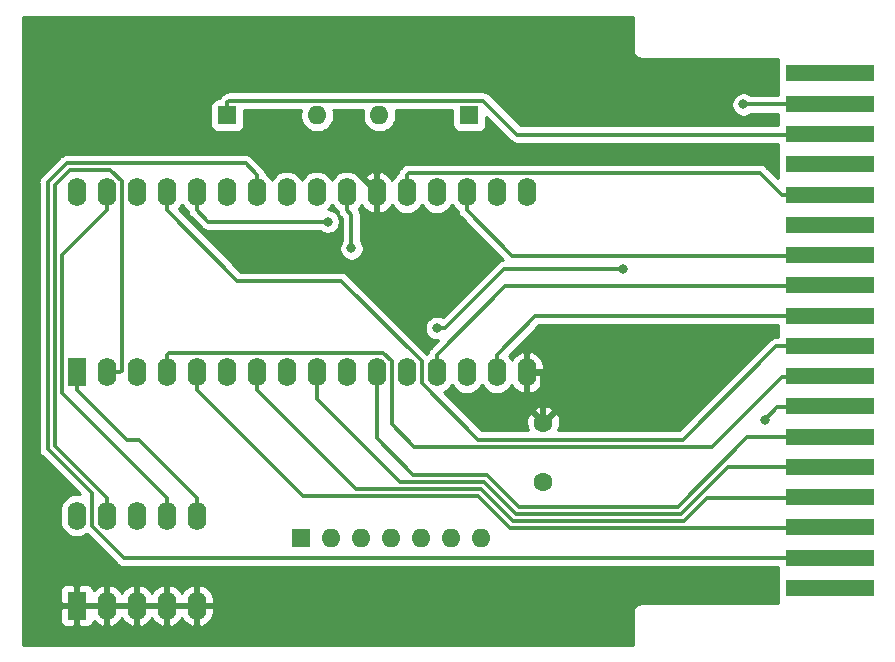
<source format=gbl>
G04 #@! TF.GenerationSoftware,KiCad,Pcbnew,(5.1.5)-3*
G04 #@! TF.CreationDate,2020-09-14T20:13:50+08:00*
G04 #@! TF.ProjectId,WizzardCartRPack,57697a7a-6172-4644-9361-727452506163,rev?*
G04 #@! TF.SameCoordinates,Original*
G04 #@! TF.FileFunction,Copper,L2,Bot*
G04 #@! TF.FilePolarity,Positive*
%FSLAX46Y46*%
G04 Gerber Fmt 4.6, Leading zero omitted, Abs format (unit mm)*
G04 Created by KiCad (PCBNEW (5.1.5)-3) date 2020-09-14 20:13:50*
%MOMM*%
%LPD*%
G04 APERTURE LIST*
%ADD10R,7.500000X1.450000*%
%ADD11O,1.600000X1.600000*%
%ADD12R,1.600000X1.600000*%
%ADD13R,1.600000X2.400000*%
%ADD14O,1.600000X2.400000*%
%ADD15C,1.600000*%
%ADD16C,1.000000*%
%ADD17C,0.800000*%
%ADD18C,0.500000*%
%ADD19C,0.300000*%
%ADD20C,0.254000*%
G04 APERTURE END LIST*
D10*
X166500000Y-97444124D03*
X166500000Y-89758832D03*
X166500000Y-105129416D03*
X166500000Y-120500000D03*
X166500000Y-115376472D03*
X166500000Y-107691180D03*
X166500000Y-100005888D03*
X166500000Y-82073540D03*
X166500000Y-92320596D03*
X166500000Y-112814708D03*
X166500000Y-84635304D03*
X166500000Y-76950000D03*
X166500000Y-87197068D03*
X166500000Y-79511776D03*
X166500000Y-102567652D03*
X166500000Y-110252944D03*
X166500000Y-117938236D03*
X166500000Y-94882360D03*
D11*
X136990000Y-116250000D03*
X134450000Y-116250000D03*
X131910000Y-116250000D03*
X129370000Y-116250000D03*
X126830000Y-116250000D03*
X124290000Y-116250000D03*
D12*
X121750000Y-116250000D03*
D13*
X102750000Y-102250000D03*
D14*
X140850000Y-87010000D03*
X105290000Y-102250000D03*
X138310000Y-87010000D03*
X107830000Y-102250000D03*
X135770000Y-87010000D03*
X110370000Y-102250000D03*
X133230000Y-87010000D03*
X112910000Y-102250000D03*
X130690000Y-87010000D03*
X115450000Y-102250000D03*
X128150000Y-87010000D03*
X117990000Y-102250000D03*
X125610000Y-87010000D03*
X120530000Y-102250000D03*
X123070000Y-87010000D03*
X123070000Y-102250000D03*
X120530000Y-87010000D03*
X125610000Y-102250000D03*
X117990000Y-87010000D03*
X128150000Y-102250000D03*
X115450000Y-87010000D03*
X130690000Y-102250000D03*
X112910000Y-87010000D03*
X133230000Y-102250000D03*
X110370000Y-87010000D03*
X135770000Y-102250000D03*
X107830000Y-87010000D03*
X138310000Y-102250000D03*
X105290000Y-87010000D03*
X140850000Y-102250000D03*
X102750000Y-87010000D03*
D11*
X128380000Y-80500000D03*
D12*
X136000000Y-80500000D03*
D14*
X102750000Y-114380000D03*
X112910000Y-122000000D03*
X105290000Y-114380000D03*
X110370000Y-122000000D03*
X107830000Y-114380000D03*
X107830000Y-122000000D03*
X110370000Y-114380000D03*
X105290000Y-122000000D03*
X112910000Y-114380000D03*
D13*
X102750000Y-122000000D03*
D11*
X123120000Y-80500000D03*
D12*
X115500000Y-80500000D03*
D15*
X142250000Y-106500000D03*
X142250000Y-111500000D03*
D16*
X134500000Y-96250000D03*
D17*
X159188224Y-79561776D03*
X161000000Y-106250000D03*
X126000000Y-91750000D03*
X124000000Y-89500000D03*
X149000000Y-93500000D03*
X133250000Y-98500000D03*
D18*
X142250000Y-102350000D02*
X142250000Y-105368630D01*
X142150000Y-102250000D02*
X142250000Y-102350000D01*
X142250000Y-105368630D02*
X142250000Y-106500000D01*
X140850000Y-102250000D02*
X142150000Y-102250000D01*
X128150000Y-87010000D02*
X128150000Y-89900000D01*
X128150000Y-89900000D02*
X134500000Y-96250000D01*
X101450000Y-122000000D02*
X102750000Y-122000000D01*
X99399971Y-119949971D02*
X101450000Y-122000000D01*
X99399971Y-85788060D02*
X99399971Y-119949971D01*
X103138030Y-82050001D02*
X99399971Y-85788060D01*
X123242046Y-82050001D02*
X103138030Y-82050001D01*
X128150000Y-86957955D02*
X123242046Y-82050001D01*
X128150000Y-87010000D02*
X128150000Y-86957955D01*
X102750000Y-122000000D02*
X105290000Y-122000000D01*
X105290000Y-122000000D02*
X107830000Y-122000000D01*
X107830000Y-122000000D02*
X110370000Y-122000000D01*
X112910000Y-122000000D02*
X110370000Y-122000000D01*
D19*
X137160001Y-79249999D02*
X115650001Y-79249999D01*
X115650001Y-79249999D02*
X115500000Y-79400000D01*
X140033542Y-82123540D02*
X137160001Y-79249999D01*
X115500000Y-79400000D02*
X115500000Y-80500000D01*
X166500000Y-82123540D02*
X140033542Y-82123540D01*
X159188224Y-79561776D02*
X166500000Y-79561776D01*
X112910000Y-112880000D02*
X108000000Y-107970000D01*
X112910000Y-114380000D02*
X112910000Y-112880000D01*
X102750000Y-103750000D02*
X102750000Y-102250000D01*
X106970000Y-107970000D02*
X102750000Y-103750000D01*
X108000000Y-107970000D02*
X106970000Y-107970000D01*
X101499999Y-104009999D02*
X101499999Y-92300001D01*
X105290000Y-88510000D02*
X105290000Y-87010000D01*
X110370000Y-112880000D02*
X101499999Y-104009999D01*
X101499999Y-92300001D02*
X105290000Y-88510000D01*
X110370000Y-114380000D02*
X110370000Y-112880000D01*
X106540010Y-102099990D02*
X106390000Y-102250000D01*
X106540010Y-86092229D02*
X106540010Y-102099990D01*
X105607771Y-85159990D02*
X106540010Y-86092229D01*
X102149387Y-85159990D02*
X105607771Y-85159990D01*
X100899989Y-86409388D02*
X102149387Y-85159990D01*
X100899989Y-108489989D02*
X100899989Y-86409388D01*
X106390000Y-102250000D02*
X105290000Y-102250000D01*
X105290000Y-112880000D02*
X100899989Y-108489989D01*
X105290000Y-114380000D02*
X105290000Y-112880000D01*
X135770000Y-88510000D02*
X135770000Y-87010000D01*
X139630596Y-92370596D02*
X135770000Y-88510000D01*
X166500000Y-92370596D02*
X139630596Y-92370596D01*
X110520010Y-100599990D02*
X110370000Y-100750000D01*
X129400010Y-101332229D02*
X128667771Y-100599990D01*
X128667771Y-100599990D02*
X110520010Y-100599990D01*
X166500000Y-102617652D02*
X162450000Y-102617652D01*
X162450000Y-102617652D02*
X156517641Y-108550011D01*
X129400010Y-106650010D02*
X129400010Y-101332229D01*
X110370000Y-100750000D02*
X110370000Y-102250000D01*
X131300011Y-108550011D02*
X129400010Y-106650010D01*
X156517641Y-108550011D02*
X131300011Y-108550011D01*
X121910000Y-112750000D02*
X112910000Y-103750000D01*
X112910000Y-103750000D02*
X112910000Y-102250000D01*
X166500000Y-115426472D02*
X139426472Y-115426472D01*
X136750000Y-112750000D02*
X121910000Y-112750000D01*
X139426472Y-115426472D02*
X136750000Y-112750000D01*
X130840010Y-85359990D02*
X130690000Y-85510000D01*
X160562922Y-85359990D02*
X130840010Y-85359990D01*
X162450000Y-87247068D02*
X160562922Y-85359990D01*
X130690000Y-85510000D02*
X130690000Y-87010000D01*
X166500000Y-87247068D02*
X162450000Y-87247068D01*
X126389990Y-112149990D02*
X117990000Y-103750000D01*
X117990000Y-103750000D02*
X117990000Y-102250000D01*
X154173538Y-114826462D02*
X139675004Y-114826462D01*
X166500000Y-112864708D02*
X156135292Y-112864708D01*
X139675004Y-114826462D02*
X136998532Y-112149990D01*
X156135292Y-112864708D02*
X154173538Y-114826462D01*
X136998532Y-112149990D02*
X126389990Y-112149990D01*
X125610000Y-88510000D02*
X125610000Y-87010000D01*
X166500000Y-105179416D02*
X162070584Y-105179416D01*
X162070584Y-105179416D02*
X161000000Y-106250000D01*
X126000000Y-88900000D02*
X126000000Y-91750000D01*
X125610000Y-88510000D02*
X126000000Y-88900000D01*
X130149990Y-111549980D02*
X123070000Y-104469990D01*
X123070000Y-104469990D02*
X123070000Y-102250000D01*
X166500000Y-110302944D02*
X157848514Y-110302944D01*
X139923536Y-114226452D02*
X137247064Y-111549980D01*
X157848514Y-110302944D02*
X153925006Y-114226452D01*
X153925006Y-114226452D02*
X139923536Y-114226452D01*
X137247064Y-111549980D02*
X130149990Y-111549980D01*
X117039980Y-84559980D02*
X117990000Y-85510000D01*
X101900855Y-84559980D02*
X117039980Y-84559980D01*
X100299980Y-86160855D02*
X101900855Y-84559980D01*
X117990000Y-85510000D02*
X117990000Y-87010000D01*
X100299979Y-108738521D02*
X100299980Y-86160855D01*
X104039990Y-112478532D02*
X100299979Y-108738521D01*
X104039990Y-115297771D02*
X104039990Y-112478532D01*
X106730455Y-117988236D02*
X104039990Y-115297771D01*
X166500000Y-117988236D02*
X106730455Y-117988236D01*
X128150000Y-103750000D02*
X128150000Y-102250000D01*
X128150000Y-107849970D02*
X128150000Y-103750000D01*
X131250000Y-110949970D02*
X128150000Y-107849970D01*
X159536720Y-107741180D02*
X153651458Y-113626442D01*
X153651458Y-113626442D02*
X140172068Y-113626442D01*
X140172068Y-113626442D02*
X137495596Y-110949970D01*
X166500000Y-107741180D02*
X159536720Y-107741180D01*
X137495596Y-110949970D02*
X131250000Y-110949970D01*
X112910000Y-88510000D02*
X112910000Y-87010000D01*
X113900000Y-89500000D02*
X112910000Y-88510000D01*
X124000000Y-89500000D02*
X113900000Y-89500000D01*
X133230000Y-100750000D02*
X133230000Y-102250000D01*
X139047640Y-94932360D02*
X133230000Y-100750000D01*
X166500000Y-94932360D02*
X139047640Y-94932360D01*
X110370000Y-88510000D02*
X110370000Y-87010000D01*
X125107781Y-94500000D02*
X116360000Y-94500000D01*
X131940010Y-101332229D02*
X125107781Y-94500000D01*
X166500000Y-100055888D02*
X161944112Y-100055888D01*
X116360000Y-94500000D02*
X110370000Y-88510000D01*
X131940010Y-103127791D02*
X131940010Y-101332229D01*
X154049999Y-107950001D02*
X136762220Y-107950001D01*
X136762220Y-107950001D02*
X131940010Y-103127791D01*
X161944112Y-100055888D02*
X154049999Y-107950001D01*
X133952002Y-98500000D02*
X133250000Y-98500000D01*
X149000000Y-93500000D02*
X138952002Y-93500000D01*
X138952002Y-93500000D02*
X133952002Y-98500000D01*
X138310000Y-100750000D02*
X138310000Y-102250000D01*
X141565876Y-97494124D02*
X138310000Y-100750000D01*
X166500000Y-97494124D02*
X141565876Y-97494124D01*
D20*
G36*
X149815001Y-74966343D02*
G01*
X149811686Y-75000000D01*
X149824912Y-75134283D01*
X149864081Y-75263406D01*
X149927688Y-75382407D01*
X150013289Y-75486711D01*
X150117593Y-75572312D01*
X150236594Y-75635919D01*
X150365717Y-75675088D01*
X150466353Y-75685000D01*
X150500000Y-75688314D01*
X150533647Y-75685000D01*
X162123000Y-75685000D01*
X162123000Y-76112580D01*
X162111928Y-76225000D01*
X162111928Y-77675000D01*
X162123000Y-77787420D01*
X162123000Y-78674356D01*
X162112913Y-78776776D01*
X159866935Y-78776776D01*
X159847998Y-78757839D01*
X159678480Y-78644571D01*
X159490122Y-78566550D01*
X159290163Y-78526776D01*
X159086285Y-78526776D01*
X158886326Y-78566550D01*
X158697968Y-78644571D01*
X158528450Y-78757839D01*
X158384287Y-78902002D01*
X158271019Y-79071520D01*
X158192998Y-79259878D01*
X158153224Y-79459837D01*
X158153224Y-79663715D01*
X158192998Y-79863674D01*
X158271019Y-80052032D01*
X158384287Y-80221550D01*
X158528450Y-80365713D01*
X158697968Y-80478981D01*
X158886326Y-80557002D01*
X159086285Y-80596776D01*
X159290163Y-80596776D01*
X159490122Y-80557002D01*
X159678480Y-80478981D01*
X159847998Y-80365713D01*
X159866935Y-80346776D01*
X162122762Y-80346776D01*
X162123000Y-80349193D01*
X162123000Y-81236120D01*
X162112913Y-81338540D01*
X140358699Y-81338540D01*
X137742348Y-78722189D01*
X137717765Y-78692235D01*
X137598234Y-78594137D01*
X137461861Y-78521245D01*
X137313888Y-78476358D01*
X137198562Y-78464999D01*
X137198554Y-78464999D01*
X137160001Y-78461202D01*
X137121448Y-78464999D01*
X115688553Y-78464999D01*
X115650000Y-78461202D01*
X115611447Y-78464999D01*
X115611440Y-78464999D01*
X115496114Y-78476358D01*
X115348141Y-78521245D01*
X115211768Y-78594137D01*
X115092237Y-78692235D01*
X115067654Y-78722189D01*
X114972190Y-78817653D01*
X114942236Y-78842236D01*
X114844138Y-78961768D01*
X114790602Y-79061928D01*
X114700000Y-79061928D01*
X114575518Y-79074188D01*
X114455820Y-79110498D01*
X114345506Y-79169463D01*
X114248815Y-79248815D01*
X114169463Y-79345506D01*
X114110498Y-79455820D01*
X114074188Y-79575518D01*
X114061928Y-79700000D01*
X114061928Y-81300000D01*
X114074188Y-81424482D01*
X114110498Y-81544180D01*
X114169463Y-81654494D01*
X114248815Y-81751185D01*
X114345506Y-81830537D01*
X114455820Y-81889502D01*
X114575518Y-81925812D01*
X114700000Y-81938072D01*
X116300000Y-81938072D01*
X116424482Y-81925812D01*
X116544180Y-81889502D01*
X116654494Y-81830537D01*
X116751185Y-81751185D01*
X116830537Y-81654494D01*
X116889502Y-81544180D01*
X116925812Y-81424482D01*
X116938072Y-81300000D01*
X116938072Y-80034999D01*
X121759378Y-80034999D01*
X121740147Y-80081426D01*
X121685000Y-80358665D01*
X121685000Y-80641335D01*
X121740147Y-80918574D01*
X121848320Y-81179727D01*
X122005363Y-81414759D01*
X122205241Y-81614637D01*
X122440273Y-81771680D01*
X122701426Y-81879853D01*
X122978665Y-81935000D01*
X123261335Y-81935000D01*
X123538574Y-81879853D01*
X123799727Y-81771680D01*
X124034759Y-81614637D01*
X124234637Y-81414759D01*
X124391680Y-81179727D01*
X124499853Y-80918574D01*
X124555000Y-80641335D01*
X124555000Y-80358665D01*
X124499853Y-80081426D01*
X124480622Y-80034999D01*
X127019378Y-80034999D01*
X127000147Y-80081426D01*
X126945000Y-80358665D01*
X126945000Y-80641335D01*
X127000147Y-80918574D01*
X127108320Y-81179727D01*
X127265363Y-81414759D01*
X127465241Y-81614637D01*
X127700273Y-81771680D01*
X127961426Y-81879853D01*
X128238665Y-81935000D01*
X128521335Y-81935000D01*
X128798574Y-81879853D01*
X129059727Y-81771680D01*
X129294759Y-81614637D01*
X129494637Y-81414759D01*
X129651680Y-81179727D01*
X129759853Y-80918574D01*
X129815000Y-80641335D01*
X129815000Y-80358665D01*
X129759853Y-80081426D01*
X129740622Y-80034999D01*
X134561928Y-80034999D01*
X134561928Y-81300000D01*
X134574188Y-81424482D01*
X134610498Y-81544180D01*
X134669463Y-81654494D01*
X134748815Y-81751185D01*
X134845506Y-81830537D01*
X134955820Y-81889502D01*
X135075518Y-81925812D01*
X135200000Y-81938072D01*
X136800000Y-81938072D01*
X136924482Y-81925812D01*
X137044180Y-81889502D01*
X137154494Y-81830537D01*
X137251185Y-81751185D01*
X137330537Y-81654494D01*
X137389502Y-81544180D01*
X137425812Y-81424482D01*
X137438072Y-81300000D01*
X137438072Y-80638227D01*
X139451195Y-82651350D01*
X139475778Y-82681304D01*
X139595309Y-82779402D01*
X139731682Y-82852294D01*
X139879655Y-82897182D01*
X139954568Y-82904560D01*
X139994981Y-82908540D01*
X139994986Y-82908540D01*
X140033542Y-82912337D01*
X140072098Y-82908540D01*
X162122762Y-82908540D01*
X162123000Y-82910957D01*
X162123000Y-83797884D01*
X162111928Y-83910304D01*
X162111928Y-85360304D01*
X162123000Y-85472724D01*
X162123000Y-85809911D01*
X161145269Y-84832180D01*
X161120686Y-84802226D01*
X161001155Y-84704128D01*
X160864782Y-84631236D01*
X160716809Y-84586349D01*
X160601483Y-84574990D01*
X160601475Y-84574990D01*
X160562922Y-84571193D01*
X160524369Y-84574990D01*
X130878562Y-84574990D01*
X130840009Y-84571193D01*
X130801456Y-84574990D01*
X130801449Y-84574990D01*
X130686123Y-84586349D01*
X130538150Y-84631236D01*
X130401777Y-84704128D01*
X130282246Y-84802226D01*
X130257663Y-84832180D01*
X130162190Y-84927653D01*
X130132236Y-84952236D01*
X130034138Y-85071768D01*
X129961246Y-85208141D01*
X129916359Y-85356114D01*
X129912172Y-85398629D01*
X129888899Y-85411068D01*
X129670392Y-85590393D01*
X129491068Y-85808900D01*
X129422735Y-85936742D01*
X129272601Y-85707161D01*
X129074895Y-85505500D01*
X128841646Y-85346285D01*
X128581818Y-85235633D01*
X128499039Y-85218096D01*
X128277000Y-85340085D01*
X128277000Y-86883000D01*
X128297000Y-86883000D01*
X128297000Y-87137000D01*
X128277000Y-87137000D01*
X128277000Y-88679915D01*
X128499039Y-88801904D01*
X128581818Y-88784367D01*
X128841646Y-88673715D01*
X129074895Y-88514500D01*
X129272601Y-88312839D01*
X129422735Y-88083259D01*
X129491068Y-88211101D01*
X129670393Y-88429608D01*
X129888900Y-88608932D01*
X130138193Y-88742182D01*
X130408692Y-88824236D01*
X130690000Y-88851943D01*
X130971309Y-88824236D01*
X131241808Y-88742182D01*
X131491101Y-88608932D01*
X131709608Y-88429608D01*
X131888932Y-88211101D01*
X131960000Y-88078142D01*
X132031068Y-88211101D01*
X132210393Y-88429608D01*
X132428900Y-88608932D01*
X132678193Y-88742182D01*
X132948692Y-88824236D01*
X133230000Y-88851943D01*
X133511309Y-88824236D01*
X133781808Y-88742182D01*
X134031101Y-88608932D01*
X134249608Y-88429608D01*
X134428932Y-88211101D01*
X134500000Y-88078142D01*
X134571068Y-88211101D01*
X134750393Y-88429608D01*
X134968900Y-88608932D01*
X134992171Y-88621371D01*
X134996359Y-88663886D01*
X135041246Y-88811859D01*
X135114138Y-88948232D01*
X135212236Y-89067764D01*
X135242190Y-89092347D01*
X138869200Y-92719357D01*
X138798115Y-92726358D01*
X138650142Y-92771246D01*
X138513769Y-92844138D01*
X138394238Y-92942236D01*
X138369655Y-92972190D01*
X133751522Y-97590323D01*
X133740256Y-97582795D01*
X133551898Y-97504774D01*
X133351939Y-97465000D01*
X133148061Y-97465000D01*
X132948102Y-97504774D01*
X132759744Y-97582795D01*
X132590226Y-97696063D01*
X132446063Y-97840226D01*
X132332795Y-98009744D01*
X132254774Y-98198102D01*
X132215000Y-98398061D01*
X132215000Y-98601939D01*
X132254774Y-98801898D01*
X132332795Y-98990256D01*
X132446063Y-99159774D01*
X132590226Y-99303937D01*
X132759744Y-99417205D01*
X132948102Y-99495226D01*
X133148061Y-99535000D01*
X133334843Y-99535000D01*
X132702190Y-100167653D01*
X132672236Y-100192236D01*
X132574138Y-100311768D01*
X132501246Y-100448141D01*
X132456359Y-100596114D01*
X132452172Y-100638629D01*
X132428899Y-100651068D01*
X132396004Y-100678065D01*
X125690128Y-93972190D01*
X125665545Y-93942236D01*
X125546014Y-93844138D01*
X125409641Y-93771246D01*
X125261668Y-93726359D01*
X125146342Y-93715000D01*
X125146334Y-93715000D01*
X125107781Y-93711203D01*
X125069228Y-93715000D01*
X116685158Y-93715000D01*
X111394186Y-88424029D01*
X111568932Y-88211101D01*
X111640000Y-88078142D01*
X111711068Y-88211101D01*
X111890393Y-88429608D01*
X112108900Y-88608932D01*
X112132171Y-88621371D01*
X112136359Y-88663886D01*
X112181246Y-88811859D01*
X112254138Y-88948232D01*
X112352236Y-89067764D01*
X112382190Y-89092347D01*
X113317657Y-90027815D01*
X113342236Y-90057764D01*
X113372184Y-90082342D01*
X113372187Y-90082345D01*
X113401559Y-90106450D01*
X113461767Y-90155862D01*
X113598140Y-90228754D01*
X113711672Y-90263194D01*
X113746112Y-90273641D01*
X113760490Y-90275057D01*
X113861439Y-90285000D01*
X113861446Y-90285000D01*
X113899999Y-90288797D01*
X113938552Y-90285000D01*
X123321289Y-90285000D01*
X123340226Y-90303937D01*
X123509744Y-90417205D01*
X123698102Y-90495226D01*
X123898061Y-90535000D01*
X124101939Y-90535000D01*
X124301898Y-90495226D01*
X124490256Y-90417205D01*
X124659774Y-90303937D01*
X124803937Y-90159774D01*
X124917205Y-89990256D01*
X124995226Y-89801898D01*
X125035000Y-89601939D01*
X125035000Y-89398061D01*
X124995226Y-89198102D01*
X124917205Y-89009744D01*
X124803937Y-88840226D01*
X124659774Y-88696063D01*
X124490256Y-88582795D01*
X124301898Y-88504774D01*
X124101939Y-88465000D01*
X124046483Y-88465000D01*
X124089608Y-88429608D01*
X124268932Y-88211101D01*
X124340000Y-88078142D01*
X124411068Y-88211101D01*
X124590393Y-88429608D01*
X124808900Y-88608932D01*
X124832171Y-88621371D01*
X124836359Y-88663886D01*
X124881246Y-88811859D01*
X124954138Y-88948232D01*
X125052236Y-89067764D01*
X125082190Y-89092347D01*
X125215000Y-89225157D01*
X125215001Y-91071288D01*
X125196063Y-91090226D01*
X125082795Y-91259744D01*
X125004774Y-91448102D01*
X124965000Y-91648061D01*
X124965000Y-91851939D01*
X125004774Y-92051898D01*
X125082795Y-92240256D01*
X125196063Y-92409774D01*
X125340226Y-92553937D01*
X125509744Y-92667205D01*
X125698102Y-92745226D01*
X125898061Y-92785000D01*
X126101939Y-92785000D01*
X126301898Y-92745226D01*
X126490256Y-92667205D01*
X126659774Y-92553937D01*
X126803937Y-92409774D01*
X126917205Y-92240256D01*
X126995226Y-92051898D01*
X127035000Y-91851939D01*
X127035000Y-91648061D01*
X126995226Y-91448102D01*
X126917205Y-91259744D01*
X126803937Y-91090226D01*
X126785000Y-91071289D01*
X126785000Y-88938552D01*
X126788797Y-88899999D01*
X126785000Y-88861446D01*
X126785000Y-88861439D01*
X126773641Y-88746113D01*
X126728754Y-88598140D01*
X126655862Y-88461767D01*
X126629525Y-88429676D01*
X126629608Y-88429608D01*
X126808932Y-88211101D01*
X126877265Y-88083259D01*
X127027399Y-88312839D01*
X127225105Y-88514500D01*
X127458354Y-88673715D01*
X127718182Y-88784367D01*
X127800961Y-88801904D01*
X128023000Y-88679915D01*
X128023000Y-87137000D01*
X128003000Y-87137000D01*
X128003000Y-86883000D01*
X128023000Y-86883000D01*
X128023000Y-85340085D01*
X127800961Y-85218096D01*
X127718182Y-85235633D01*
X127458354Y-85346285D01*
X127225105Y-85505500D01*
X127027399Y-85707161D01*
X126877265Y-85936741D01*
X126808932Y-85808899D01*
X126629607Y-85590392D01*
X126411100Y-85411068D01*
X126161807Y-85277818D01*
X125891308Y-85195764D01*
X125610000Y-85168057D01*
X125328691Y-85195764D01*
X125058192Y-85277818D01*
X124808899Y-85411068D01*
X124590392Y-85590393D01*
X124411068Y-85808900D01*
X124340000Y-85941858D01*
X124268932Y-85808899D01*
X124089607Y-85590392D01*
X123871100Y-85411068D01*
X123621807Y-85277818D01*
X123351308Y-85195764D01*
X123070000Y-85168057D01*
X122788691Y-85195764D01*
X122518192Y-85277818D01*
X122268899Y-85411068D01*
X122050392Y-85590393D01*
X121871068Y-85808900D01*
X121800000Y-85941858D01*
X121728932Y-85808899D01*
X121549607Y-85590392D01*
X121331100Y-85411068D01*
X121081807Y-85277818D01*
X120811308Y-85195764D01*
X120530000Y-85168057D01*
X120248691Y-85195764D01*
X119978192Y-85277818D01*
X119728899Y-85411068D01*
X119510392Y-85590393D01*
X119331068Y-85808900D01*
X119260000Y-85941858D01*
X119188932Y-85808899D01*
X119009607Y-85590392D01*
X118791100Y-85411068D01*
X118767829Y-85398629D01*
X118763641Y-85356113D01*
X118718754Y-85208140D01*
X118645862Y-85071767D01*
X118585496Y-84998212D01*
X118572345Y-84982187D01*
X118572342Y-84982184D01*
X118547764Y-84952236D01*
X118517817Y-84927659D01*
X117622327Y-84032170D01*
X117597744Y-84002216D01*
X117478213Y-83904118D01*
X117341840Y-83831226D01*
X117193867Y-83786339D01*
X117078541Y-83774980D01*
X117078533Y-83774980D01*
X117039980Y-83771183D01*
X117001427Y-83774980D01*
X101939407Y-83774980D01*
X101900854Y-83771183D01*
X101862301Y-83774980D01*
X101862294Y-83774980D01*
X101761345Y-83784923D01*
X101746967Y-83786339D01*
X101598995Y-83831226D01*
X101462622Y-83904118D01*
X101402414Y-83953530D01*
X101373042Y-83977635D01*
X101373039Y-83977638D01*
X101343091Y-84002216D01*
X101318513Y-84032164D01*
X99772165Y-85578513D01*
X99742217Y-85603091D01*
X99717639Y-85633039D01*
X99717635Y-85633043D01*
X99700439Y-85653997D01*
X99644119Y-85722622D01*
X99627601Y-85753526D01*
X99571226Y-85858996D01*
X99526339Y-86006969D01*
X99511183Y-86160855D01*
X99514981Y-86199418D01*
X99514979Y-108699968D01*
X99511182Y-108738521D01*
X99514979Y-108777074D01*
X99514979Y-108777081D01*
X99526338Y-108892407D01*
X99571225Y-109040380D01*
X99644117Y-109176753D01*
X99742215Y-109296284D01*
X99772163Y-109320862D01*
X103015508Y-112564208D01*
X102750000Y-112538057D01*
X102468691Y-112565764D01*
X102198192Y-112647818D01*
X101948899Y-112781068D01*
X101730392Y-112960393D01*
X101551068Y-113178900D01*
X101417818Y-113428193D01*
X101335764Y-113698692D01*
X101315000Y-113909509D01*
X101315000Y-114850492D01*
X101335764Y-115061309D01*
X101417818Y-115331808D01*
X101551068Y-115581101D01*
X101730393Y-115799608D01*
X101948900Y-115978932D01*
X102198193Y-116112182D01*
X102468692Y-116194236D01*
X102750000Y-116221943D01*
X103031309Y-116194236D01*
X103301808Y-116112182D01*
X103551101Y-115978932D01*
X103583997Y-115951935D01*
X106148113Y-118516052D01*
X106172691Y-118546000D01*
X106202639Y-118570578D01*
X106202642Y-118570581D01*
X106232014Y-118594686D01*
X106292222Y-118644098D01*
X106428595Y-118716990D01*
X106576567Y-118761877D01*
X106590945Y-118763293D01*
X106691894Y-118773236D01*
X106691901Y-118773236D01*
X106730454Y-118777033D01*
X106769007Y-118773236D01*
X162122762Y-118773236D01*
X162123000Y-118775653D01*
X162123000Y-119662580D01*
X162111928Y-119775000D01*
X162111928Y-121225000D01*
X162123000Y-121337420D01*
X162123000Y-121815000D01*
X150533647Y-121815000D01*
X150500000Y-121811686D01*
X150466353Y-121815000D01*
X150365717Y-121824912D01*
X150236594Y-121864081D01*
X150117593Y-121927688D01*
X150013289Y-122013289D01*
X149927688Y-122117593D01*
X149864081Y-122236594D01*
X149824912Y-122365717D01*
X149811686Y-122500000D01*
X149815000Y-122533647D01*
X149815001Y-125315000D01*
X98185000Y-125315000D01*
X98185000Y-123200000D01*
X101311928Y-123200000D01*
X101324188Y-123324482D01*
X101360498Y-123444180D01*
X101419463Y-123554494D01*
X101498815Y-123651185D01*
X101595506Y-123730537D01*
X101705820Y-123789502D01*
X101825518Y-123825812D01*
X101950000Y-123838072D01*
X102464250Y-123835000D01*
X102623000Y-123676250D01*
X102623000Y-122127000D01*
X102877000Y-122127000D01*
X102877000Y-123676250D01*
X103035750Y-123835000D01*
X103550000Y-123838072D01*
X103674482Y-123825812D01*
X103794180Y-123789502D01*
X103904494Y-123730537D01*
X104001185Y-123651185D01*
X104080537Y-123554494D01*
X104139502Y-123444180D01*
X104175812Y-123324482D01*
X104176981Y-123312613D01*
X104365105Y-123504500D01*
X104598354Y-123663715D01*
X104858182Y-123774367D01*
X104940961Y-123791904D01*
X105163000Y-123669915D01*
X105163000Y-122127000D01*
X105417000Y-122127000D01*
X105417000Y-123669915D01*
X105639039Y-123791904D01*
X105721818Y-123774367D01*
X105981646Y-123663715D01*
X106214895Y-123504500D01*
X106412601Y-123302839D01*
X106560000Y-123077441D01*
X106707399Y-123302839D01*
X106905105Y-123504500D01*
X107138354Y-123663715D01*
X107398182Y-123774367D01*
X107480961Y-123791904D01*
X107703000Y-123669915D01*
X107703000Y-122127000D01*
X107957000Y-122127000D01*
X107957000Y-123669915D01*
X108179039Y-123791904D01*
X108261818Y-123774367D01*
X108521646Y-123663715D01*
X108754895Y-123504500D01*
X108952601Y-123302839D01*
X109100000Y-123077441D01*
X109247399Y-123302839D01*
X109445105Y-123504500D01*
X109678354Y-123663715D01*
X109938182Y-123774367D01*
X110020961Y-123791904D01*
X110243000Y-123669915D01*
X110243000Y-122127000D01*
X110497000Y-122127000D01*
X110497000Y-123669915D01*
X110719039Y-123791904D01*
X110801818Y-123774367D01*
X111061646Y-123663715D01*
X111294895Y-123504500D01*
X111492601Y-123302839D01*
X111640000Y-123077441D01*
X111787399Y-123302839D01*
X111985105Y-123504500D01*
X112218354Y-123663715D01*
X112478182Y-123774367D01*
X112560961Y-123791904D01*
X112783000Y-123669915D01*
X112783000Y-122127000D01*
X113037000Y-122127000D01*
X113037000Y-123669915D01*
X113259039Y-123791904D01*
X113341818Y-123774367D01*
X113601646Y-123663715D01*
X113834895Y-123504500D01*
X114032601Y-123302839D01*
X114187166Y-123066483D01*
X114292650Y-122804514D01*
X114345000Y-122527000D01*
X114345000Y-122127000D01*
X113037000Y-122127000D01*
X112783000Y-122127000D01*
X110497000Y-122127000D01*
X110243000Y-122127000D01*
X107957000Y-122127000D01*
X107703000Y-122127000D01*
X105417000Y-122127000D01*
X105163000Y-122127000D01*
X102877000Y-122127000D01*
X102623000Y-122127000D01*
X101473750Y-122127000D01*
X101315000Y-122285750D01*
X101311928Y-123200000D01*
X98185000Y-123200000D01*
X98185000Y-120800000D01*
X101311928Y-120800000D01*
X101315000Y-121714250D01*
X101473750Y-121873000D01*
X102623000Y-121873000D01*
X102623000Y-120323750D01*
X102877000Y-120323750D01*
X102877000Y-121873000D01*
X105163000Y-121873000D01*
X105163000Y-120330085D01*
X105417000Y-120330085D01*
X105417000Y-121873000D01*
X107703000Y-121873000D01*
X107703000Y-120330085D01*
X107957000Y-120330085D01*
X107957000Y-121873000D01*
X110243000Y-121873000D01*
X110243000Y-120330085D01*
X110497000Y-120330085D01*
X110497000Y-121873000D01*
X112783000Y-121873000D01*
X112783000Y-120330085D01*
X113037000Y-120330085D01*
X113037000Y-121873000D01*
X114345000Y-121873000D01*
X114345000Y-121473000D01*
X114292650Y-121195486D01*
X114187166Y-120933517D01*
X114032601Y-120697161D01*
X113834895Y-120495500D01*
X113601646Y-120336285D01*
X113341818Y-120225633D01*
X113259039Y-120208096D01*
X113037000Y-120330085D01*
X112783000Y-120330085D01*
X112560961Y-120208096D01*
X112478182Y-120225633D01*
X112218354Y-120336285D01*
X111985105Y-120495500D01*
X111787399Y-120697161D01*
X111640000Y-120922559D01*
X111492601Y-120697161D01*
X111294895Y-120495500D01*
X111061646Y-120336285D01*
X110801818Y-120225633D01*
X110719039Y-120208096D01*
X110497000Y-120330085D01*
X110243000Y-120330085D01*
X110020961Y-120208096D01*
X109938182Y-120225633D01*
X109678354Y-120336285D01*
X109445105Y-120495500D01*
X109247399Y-120697161D01*
X109100000Y-120922559D01*
X108952601Y-120697161D01*
X108754895Y-120495500D01*
X108521646Y-120336285D01*
X108261818Y-120225633D01*
X108179039Y-120208096D01*
X107957000Y-120330085D01*
X107703000Y-120330085D01*
X107480961Y-120208096D01*
X107398182Y-120225633D01*
X107138354Y-120336285D01*
X106905105Y-120495500D01*
X106707399Y-120697161D01*
X106560000Y-120922559D01*
X106412601Y-120697161D01*
X106214895Y-120495500D01*
X105981646Y-120336285D01*
X105721818Y-120225633D01*
X105639039Y-120208096D01*
X105417000Y-120330085D01*
X105163000Y-120330085D01*
X104940961Y-120208096D01*
X104858182Y-120225633D01*
X104598354Y-120336285D01*
X104365105Y-120495500D01*
X104176981Y-120687387D01*
X104175812Y-120675518D01*
X104139502Y-120555820D01*
X104080537Y-120445506D01*
X104001185Y-120348815D01*
X103904494Y-120269463D01*
X103794180Y-120210498D01*
X103674482Y-120174188D01*
X103550000Y-120161928D01*
X103035750Y-120165000D01*
X102877000Y-120323750D01*
X102623000Y-120323750D01*
X102464250Y-120165000D01*
X101950000Y-120161928D01*
X101825518Y-120174188D01*
X101705820Y-120210498D01*
X101595506Y-120269463D01*
X101498815Y-120348815D01*
X101419463Y-120445506D01*
X101360498Y-120555820D01*
X101324188Y-120675518D01*
X101311928Y-120800000D01*
X98185000Y-120800000D01*
X98185000Y-72185000D01*
X149815000Y-72185000D01*
X149815001Y-74966343D01*
G37*
X149815001Y-74966343D02*
X149811686Y-75000000D01*
X149824912Y-75134283D01*
X149864081Y-75263406D01*
X149927688Y-75382407D01*
X150013289Y-75486711D01*
X150117593Y-75572312D01*
X150236594Y-75635919D01*
X150365717Y-75675088D01*
X150466353Y-75685000D01*
X150500000Y-75688314D01*
X150533647Y-75685000D01*
X162123000Y-75685000D01*
X162123000Y-76112580D01*
X162111928Y-76225000D01*
X162111928Y-77675000D01*
X162123000Y-77787420D01*
X162123000Y-78674356D01*
X162112913Y-78776776D01*
X159866935Y-78776776D01*
X159847998Y-78757839D01*
X159678480Y-78644571D01*
X159490122Y-78566550D01*
X159290163Y-78526776D01*
X159086285Y-78526776D01*
X158886326Y-78566550D01*
X158697968Y-78644571D01*
X158528450Y-78757839D01*
X158384287Y-78902002D01*
X158271019Y-79071520D01*
X158192998Y-79259878D01*
X158153224Y-79459837D01*
X158153224Y-79663715D01*
X158192998Y-79863674D01*
X158271019Y-80052032D01*
X158384287Y-80221550D01*
X158528450Y-80365713D01*
X158697968Y-80478981D01*
X158886326Y-80557002D01*
X159086285Y-80596776D01*
X159290163Y-80596776D01*
X159490122Y-80557002D01*
X159678480Y-80478981D01*
X159847998Y-80365713D01*
X159866935Y-80346776D01*
X162122762Y-80346776D01*
X162123000Y-80349193D01*
X162123000Y-81236120D01*
X162112913Y-81338540D01*
X140358699Y-81338540D01*
X137742348Y-78722189D01*
X137717765Y-78692235D01*
X137598234Y-78594137D01*
X137461861Y-78521245D01*
X137313888Y-78476358D01*
X137198562Y-78464999D01*
X137198554Y-78464999D01*
X137160001Y-78461202D01*
X137121448Y-78464999D01*
X115688553Y-78464999D01*
X115650000Y-78461202D01*
X115611447Y-78464999D01*
X115611440Y-78464999D01*
X115496114Y-78476358D01*
X115348141Y-78521245D01*
X115211768Y-78594137D01*
X115092237Y-78692235D01*
X115067654Y-78722189D01*
X114972190Y-78817653D01*
X114942236Y-78842236D01*
X114844138Y-78961768D01*
X114790602Y-79061928D01*
X114700000Y-79061928D01*
X114575518Y-79074188D01*
X114455820Y-79110498D01*
X114345506Y-79169463D01*
X114248815Y-79248815D01*
X114169463Y-79345506D01*
X114110498Y-79455820D01*
X114074188Y-79575518D01*
X114061928Y-79700000D01*
X114061928Y-81300000D01*
X114074188Y-81424482D01*
X114110498Y-81544180D01*
X114169463Y-81654494D01*
X114248815Y-81751185D01*
X114345506Y-81830537D01*
X114455820Y-81889502D01*
X114575518Y-81925812D01*
X114700000Y-81938072D01*
X116300000Y-81938072D01*
X116424482Y-81925812D01*
X116544180Y-81889502D01*
X116654494Y-81830537D01*
X116751185Y-81751185D01*
X116830537Y-81654494D01*
X116889502Y-81544180D01*
X116925812Y-81424482D01*
X116938072Y-81300000D01*
X116938072Y-80034999D01*
X121759378Y-80034999D01*
X121740147Y-80081426D01*
X121685000Y-80358665D01*
X121685000Y-80641335D01*
X121740147Y-80918574D01*
X121848320Y-81179727D01*
X122005363Y-81414759D01*
X122205241Y-81614637D01*
X122440273Y-81771680D01*
X122701426Y-81879853D01*
X122978665Y-81935000D01*
X123261335Y-81935000D01*
X123538574Y-81879853D01*
X123799727Y-81771680D01*
X124034759Y-81614637D01*
X124234637Y-81414759D01*
X124391680Y-81179727D01*
X124499853Y-80918574D01*
X124555000Y-80641335D01*
X124555000Y-80358665D01*
X124499853Y-80081426D01*
X124480622Y-80034999D01*
X127019378Y-80034999D01*
X127000147Y-80081426D01*
X126945000Y-80358665D01*
X126945000Y-80641335D01*
X127000147Y-80918574D01*
X127108320Y-81179727D01*
X127265363Y-81414759D01*
X127465241Y-81614637D01*
X127700273Y-81771680D01*
X127961426Y-81879853D01*
X128238665Y-81935000D01*
X128521335Y-81935000D01*
X128798574Y-81879853D01*
X129059727Y-81771680D01*
X129294759Y-81614637D01*
X129494637Y-81414759D01*
X129651680Y-81179727D01*
X129759853Y-80918574D01*
X129815000Y-80641335D01*
X129815000Y-80358665D01*
X129759853Y-80081426D01*
X129740622Y-80034999D01*
X134561928Y-80034999D01*
X134561928Y-81300000D01*
X134574188Y-81424482D01*
X134610498Y-81544180D01*
X134669463Y-81654494D01*
X134748815Y-81751185D01*
X134845506Y-81830537D01*
X134955820Y-81889502D01*
X135075518Y-81925812D01*
X135200000Y-81938072D01*
X136800000Y-81938072D01*
X136924482Y-81925812D01*
X137044180Y-81889502D01*
X137154494Y-81830537D01*
X137251185Y-81751185D01*
X137330537Y-81654494D01*
X137389502Y-81544180D01*
X137425812Y-81424482D01*
X137438072Y-81300000D01*
X137438072Y-80638227D01*
X139451195Y-82651350D01*
X139475778Y-82681304D01*
X139595309Y-82779402D01*
X139731682Y-82852294D01*
X139879655Y-82897182D01*
X139954568Y-82904560D01*
X139994981Y-82908540D01*
X139994986Y-82908540D01*
X140033542Y-82912337D01*
X140072098Y-82908540D01*
X162122762Y-82908540D01*
X162123000Y-82910957D01*
X162123000Y-83797884D01*
X162111928Y-83910304D01*
X162111928Y-85360304D01*
X162123000Y-85472724D01*
X162123000Y-85809911D01*
X161145269Y-84832180D01*
X161120686Y-84802226D01*
X161001155Y-84704128D01*
X160864782Y-84631236D01*
X160716809Y-84586349D01*
X160601483Y-84574990D01*
X160601475Y-84574990D01*
X160562922Y-84571193D01*
X160524369Y-84574990D01*
X130878562Y-84574990D01*
X130840009Y-84571193D01*
X130801456Y-84574990D01*
X130801449Y-84574990D01*
X130686123Y-84586349D01*
X130538150Y-84631236D01*
X130401777Y-84704128D01*
X130282246Y-84802226D01*
X130257663Y-84832180D01*
X130162190Y-84927653D01*
X130132236Y-84952236D01*
X130034138Y-85071768D01*
X129961246Y-85208141D01*
X129916359Y-85356114D01*
X129912172Y-85398629D01*
X129888899Y-85411068D01*
X129670392Y-85590393D01*
X129491068Y-85808900D01*
X129422735Y-85936742D01*
X129272601Y-85707161D01*
X129074895Y-85505500D01*
X128841646Y-85346285D01*
X128581818Y-85235633D01*
X128499039Y-85218096D01*
X128277000Y-85340085D01*
X128277000Y-86883000D01*
X128297000Y-86883000D01*
X128297000Y-87137000D01*
X128277000Y-87137000D01*
X128277000Y-88679915D01*
X128499039Y-88801904D01*
X128581818Y-88784367D01*
X128841646Y-88673715D01*
X129074895Y-88514500D01*
X129272601Y-88312839D01*
X129422735Y-88083259D01*
X129491068Y-88211101D01*
X129670393Y-88429608D01*
X129888900Y-88608932D01*
X130138193Y-88742182D01*
X130408692Y-88824236D01*
X130690000Y-88851943D01*
X130971309Y-88824236D01*
X131241808Y-88742182D01*
X131491101Y-88608932D01*
X131709608Y-88429608D01*
X131888932Y-88211101D01*
X131960000Y-88078142D01*
X132031068Y-88211101D01*
X132210393Y-88429608D01*
X132428900Y-88608932D01*
X132678193Y-88742182D01*
X132948692Y-88824236D01*
X133230000Y-88851943D01*
X133511309Y-88824236D01*
X133781808Y-88742182D01*
X134031101Y-88608932D01*
X134249608Y-88429608D01*
X134428932Y-88211101D01*
X134500000Y-88078142D01*
X134571068Y-88211101D01*
X134750393Y-88429608D01*
X134968900Y-88608932D01*
X134992171Y-88621371D01*
X134996359Y-88663886D01*
X135041246Y-88811859D01*
X135114138Y-88948232D01*
X135212236Y-89067764D01*
X135242190Y-89092347D01*
X138869200Y-92719357D01*
X138798115Y-92726358D01*
X138650142Y-92771246D01*
X138513769Y-92844138D01*
X138394238Y-92942236D01*
X138369655Y-92972190D01*
X133751522Y-97590323D01*
X133740256Y-97582795D01*
X133551898Y-97504774D01*
X133351939Y-97465000D01*
X133148061Y-97465000D01*
X132948102Y-97504774D01*
X132759744Y-97582795D01*
X132590226Y-97696063D01*
X132446063Y-97840226D01*
X132332795Y-98009744D01*
X132254774Y-98198102D01*
X132215000Y-98398061D01*
X132215000Y-98601939D01*
X132254774Y-98801898D01*
X132332795Y-98990256D01*
X132446063Y-99159774D01*
X132590226Y-99303937D01*
X132759744Y-99417205D01*
X132948102Y-99495226D01*
X133148061Y-99535000D01*
X133334843Y-99535000D01*
X132702190Y-100167653D01*
X132672236Y-100192236D01*
X132574138Y-100311768D01*
X132501246Y-100448141D01*
X132456359Y-100596114D01*
X132452172Y-100638629D01*
X132428899Y-100651068D01*
X132396004Y-100678065D01*
X125690128Y-93972190D01*
X125665545Y-93942236D01*
X125546014Y-93844138D01*
X125409641Y-93771246D01*
X125261668Y-93726359D01*
X125146342Y-93715000D01*
X125146334Y-93715000D01*
X125107781Y-93711203D01*
X125069228Y-93715000D01*
X116685158Y-93715000D01*
X111394186Y-88424029D01*
X111568932Y-88211101D01*
X111640000Y-88078142D01*
X111711068Y-88211101D01*
X111890393Y-88429608D01*
X112108900Y-88608932D01*
X112132171Y-88621371D01*
X112136359Y-88663886D01*
X112181246Y-88811859D01*
X112254138Y-88948232D01*
X112352236Y-89067764D01*
X112382190Y-89092347D01*
X113317657Y-90027815D01*
X113342236Y-90057764D01*
X113372184Y-90082342D01*
X113372187Y-90082345D01*
X113401559Y-90106450D01*
X113461767Y-90155862D01*
X113598140Y-90228754D01*
X113711672Y-90263194D01*
X113746112Y-90273641D01*
X113760490Y-90275057D01*
X113861439Y-90285000D01*
X113861446Y-90285000D01*
X113899999Y-90288797D01*
X113938552Y-90285000D01*
X123321289Y-90285000D01*
X123340226Y-90303937D01*
X123509744Y-90417205D01*
X123698102Y-90495226D01*
X123898061Y-90535000D01*
X124101939Y-90535000D01*
X124301898Y-90495226D01*
X124490256Y-90417205D01*
X124659774Y-90303937D01*
X124803937Y-90159774D01*
X124917205Y-89990256D01*
X124995226Y-89801898D01*
X125035000Y-89601939D01*
X125035000Y-89398061D01*
X124995226Y-89198102D01*
X124917205Y-89009744D01*
X124803937Y-88840226D01*
X124659774Y-88696063D01*
X124490256Y-88582795D01*
X124301898Y-88504774D01*
X124101939Y-88465000D01*
X124046483Y-88465000D01*
X124089608Y-88429608D01*
X124268932Y-88211101D01*
X124340000Y-88078142D01*
X124411068Y-88211101D01*
X124590393Y-88429608D01*
X124808900Y-88608932D01*
X124832171Y-88621371D01*
X124836359Y-88663886D01*
X124881246Y-88811859D01*
X124954138Y-88948232D01*
X125052236Y-89067764D01*
X125082190Y-89092347D01*
X125215000Y-89225157D01*
X125215001Y-91071288D01*
X125196063Y-91090226D01*
X125082795Y-91259744D01*
X125004774Y-91448102D01*
X124965000Y-91648061D01*
X124965000Y-91851939D01*
X125004774Y-92051898D01*
X125082795Y-92240256D01*
X125196063Y-92409774D01*
X125340226Y-92553937D01*
X125509744Y-92667205D01*
X125698102Y-92745226D01*
X125898061Y-92785000D01*
X126101939Y-92785000D01*
X126301898Y-92745226D01*
X126490256Y-92667205D01*
X126659774Y-92553937D01*
X126803937Y-92409774D01*
X126917205Y-92240256D01*
X126995226Y-92051898D01*
X127035000Y-91851939D01*
X127035000Y-91648061D01*
X126995226Y-91448102D01*
X126917205Y-91259744D01*
X126803937Y-91090226D01*
X126785000Y-91071289D01*
X126785000Y-88938552D01*
X126788797Y-88899999D01*
X126785000Y-88861446D01*
X126785000Y-88861439D01*
X126773641Y-88746113D01*
X126728754Y-88598140D01*
X126655862Y-88461767D01*
X126629525Y-88429676D01*
X126629608Y-88429608D01*
X126808932Y-88211101D01*
X126877265Y-88083259D01*
X127027399Y-88312839D01*
X127225105Y-88514500D01*
X127458354Y-88673715D01*
X127718182Y-88784367D01*
X127800961Y-88801904D01*
X128023000Y-88679915D01*
X128023000Y-87137000D01*
X128003000Y-87137000D01*
X128003000Y-86883000D01*
X128023000Y-86883000D01*
X128023000Y-85340085D01*
X127800961Y-85218096D01*
X127718182Y-85235633D01*
X127458354Y-85346285D01*
X127225105Y-85505500D01*
X127027399Y-85707161D01*
X126877265Y-85936741D01*
X126808932Y-85808899D01*
X126629607Y-85590392D01*
X126411100Y-85411068D01*
X126161807Y-85277818D01*
X125891308Y-85195764D01*
X125610000Y-85168057D01*
X125328691Y-85195764D01*
X125058192Y-85277818D01*
X124808899Y-85411068D01*
X124590392Y-85590393D01*
X124411068Y-85808900D01*
X124340000Y-85941858D01*
X124268932Y-85808899D01*
X124089607Y-85590392D01*
X123871100Y-85411068D01*
X123621807Y-85277818D01*
X123351308Y-85195764D01*
X123070000Y-85168057D01*
X122788691Y-85195764D01*
X122518192Y-85277818D01*
X122268899Y-85411068D01*
X122050392Y-85590393D01*
X121871068Y-85808900D01*
X121800000Y-85941858D01*
X121728932Y-85808899D01*
X121549607Y-85590392D01*
X121331100Y-85411068D01*
X121081807Y-85277818D01*
X120811308Y-85195764D01*
X120530000Y-85168057D01*
X120248691Y-85195764D01*
X119978192Y-85277818D01*
X119728899Y-85411068D01*
X119510392Y-85590393D01*
X119331068Y-85808900D01*
X119260000Y-85941858D01*
X119188932Y-85808899D01*
X119009607Y-85590392D01*
X118791100Y-85411068D01*
X118767829Y-85398629D01*
X118763641Y-85356113D01*
X118718754Y-85208140D01*
X118645862Y-85071767D01*
X118585496Y-84998212D01*
X118572345Y-84982187D01*
X118572342Y-84982184D01*
X118547764Y-84952236D01*
X118517817Y-84927659D01*
X117622327Y-84032170D01*
X117597744Y-84002216D01*
X117478213Y-83904118D01*
X117341840Y-83831226D01*
X117193867Y-83786339D01*
X117078541Y-83774980D01*
X117078533Y-83774980D01*
X117039980Y-83771183D01*
X117001427Y-83774980D01*
X101939407Y-83774980D01*
X101900854Y-83771183D01*
X101862301Y-83774980D01*
X101862294Y-83774980D01*
X101761345Y-83784923D01*
X101746967Y-83786339D01*
X101598995Y-83831226D01*
X101462622Y-83904118D01*
X101402414Y-83953530D01*
X101373042Y-83977635D01*
X101373039Y-83977638D01*
X101343091Y-84002216D01*
X101318513Y-84032164D01*
X99772165Y-85578513D01*
X99742217Y-85603091D01*
X99717639Y-85633039D01*
X99717635Y-85633043D01*
X99700439Y-85653997D01*
X99644119Y-85722622D01*
X99627601Y-85753526D01*
X99571226Y-85858996D01*
X99526339Y-86006969D01*
X99511183Y-86160855D01*
X99514981Y-86199418D01*
X99514979Y-108699968D01*
X99511182Y-108738521D01*
X99514979Y-108777074D01*
X99514979Y-108777081D01*
X99526338Y-108892407D01*
X99571225Y-109040380D01*
X99644117Y-109176753D01*
X99742215Y-109296284D01*
X99772163Y-109320862D01*
X103015508Y-112564208D01*
X102750000Y-112538057D01*
X102468691Y-112565764D01*
X102198192Y-112647818D01*
X101948899Y-112781068D01*
X101730392Y-112960393D01*
X101551068Y-113178900D01*
X101417818Y-113428193D01*
X101335764Y-113698692D01*
X101315000Y-113909509D01*
X101315000Y-114850492D01*
X101335764Y-115061309D01*
X101417818Y-115331808D01*
X101551068Y-115581101D01*
X101730393Y-115799608D01*
X101948900Y-115978932D01*
X102198193Y-116112182D01*
X102468692Y-116194236D01*
X102750000Y-116221943D01*
X103031309Y-116194236D01*
X103301808Y-116112182D01*
X103551101Y-115978932D01*
X103583997Y-115951935D01*
X106148113Y-118516052D01*
X106172691Y-118546000D01*
X106202639Y-118570578D01*
X106202642Y-118570581D01*
X106232014Y-118594686D01*
X106292222Y-118644098D01*
X106428595Y-118716990D01*
X106576567Y-118761877D01*
X106590945Y-118763293D01*
X106691894Y-118773236D01*
X106691901Y-118773236D01*
X106730454Y-118777033D01*
X106769007Y-118773236D01*
X162122762Y-118773236D01*
X162123000Y-118775653D01*
X162123000Y-119662580D01*
X162111928Y-119775000D01*
X162111928Y-121225000D01*
X162123000Y-121337420D01*
X162123000Y-121815000D01*
X150533647Y-121815000D01*
X150500000Y-121811686D01*
X150466353Y-121815000D01*
X150365717Y-121824912D01*
X150236594Y-121864081D01*
X150117593Y-121927688D01*
X150013289Y-122013289D01*
X149927688Y-122117593D01*
X149864081Y-122236594D01*
X149824912Y-122365717D01*
X149811686Y-122500000D01*
X149815000Y-122533647D01*
X149815001Y-125315000D01*
X98185000Y-125315000D01*
X98185000Y-123200000D01*
X101311928Y-123200000D01*
X101324188Y-123324482D01*
X101360498Y-123444180D01*
X101419463Y-123554494D01*
X101498815Y-123651185D01*
X101595506Y-123730537D01*
X101705820Y-123789502D01*
X101825518Y-123825812D01*
X101950000Y-123838072D01*
X102464250Y-123835000D01*
X102623000Y-123676250D01*
X102623000Y-122127000D01*
X102877000Y-122127000D01*
X102877000Y-123676250D01*
X103035750Y-123835000D01*
X103550000Y-123838072D01*
X103674482Y-123825812D01*
X103794180Y-123789502D01*
X103904494Y-123730537D01*
X104001185Y-123651185D01*
X104080537Y-123554494D01*
X104139502Y-123444180D01*
X104175812Y-123324482D01*
X104176981Y-123312613D01*
X104365105Y-123504500D01*
X104598354Y-123663715D01*
X104858182Y-123774367D01*
X104940961Y-123791904D01*
X105163000Y-123669915D01*
X105163000Y-122127000D01*
X105417000Y-122127000D01*
X105417000Y-123669915D01*
X105639039Y-123791904D01*
X105721818Y-123774367D01*
X105981646Y-123663715D01*
X106214895Y-123504500D01*
X106412601Y-123302839D01*
X106560000Y-123077441D01*
X106707399Y-123302839D01*
X106905105Y-123504500D01*
X107138354Y-123663715D01*
X107398182Y-123774367D01*
X107480961Y-123791904D01*
X107703000Y-123669915D01*
X107703000Y-122127000D01*
X107957000Y-122127000D01*
X107957000Y-123669915D01*
X108179039Y-123791904D01*
X108261818Y-123774367D01*
X108521646Y-123663715D01*
X108754895Y-123504500D01*
X108952601Y-123302839D01*
X109100000Y-123077441D01*
X109247399Y-123302839D01*
X109445105Y-123504500D01*
X109678354Y-123663715D01*
X109938182Y-123774367D01*
X110020961Y-123791904D01*
X110243000Y-123669915D01*
X110243000Y-122127000D01*
X110497000Y-122127000D01*
X110497000Y-123669915D01*
X110719039Y-123791904D01*
X110801818Y-123774367D01*
X111061646Y-123663715D01*
X111294895Y-123504500D01*
X111492601Y-123302839D01*
X111640000Y-123077441D01*
X111787399Y-123302839D01*
X111985105Y-123504500D01*
X112218354Y-123663715D01*
X112478182Y-123774367D01*
X112560961Y-123791904D01*
X112783000Y-123669915D01*
X112783000Y-122127000D01*
X113037000Y-122127000D01*
X113037000Y-123669915D01*
X113259039Y-123791904D01*
X113341818Y-123774367D01*
X113601646Y-123663715D01*
X113834895Y-123504500D01*
X114032601Y-123302839D01*
X114187166Y-123066483D01*
X114292650Y-122804514D01*
X114345000Y-122527000D01*
X114345000Y-122127000D01*
X113037000Y-122127000D01*
X112783000Y-122127000D01*
X110497000Y-122127000D01*
X110243000Y-122127000D01*
X107957000Y-122127000D01*
X107703000Y-122127000D01*
X105417000Y-122127000D01*
X105163000Y-122127000D01*
X102877000Y-122127000D01*
X102623000Y-122127000D01*
X101473750Y-122127000D01*
X101315000Y-122285750D01*
X101311928Y-123200000D01*
X98185000Y-123200000D01*
X98185000Y-120800000D01*
X101311928Y-120800000D01*
X101315000Y-121714250D01*
X101473750Y-121873000D01*
X102623000Y-121873000D01*
X102623000Y-120323750D01*
X102877000Y-120323750D01*
X102877000Y-121873000D01*
X105163000Y-121873000D01*
X105163000Y-120330085D01*
X105417000Y-120330085D01*
X105417000Y-121873000D01*
X107703000Y-121873000D01*
X107703000Y-120330085D01*
X107957000Y-120330085D01*
X107957000Y-121873000D01*
X110243000Y-121873000D01*
X110243000Y-120330085D01*
X110497000Y-120330085D01*
X110497000Y-121873000D01*
X112783000Y-121873000D01*
X112783000Y-120330085D01*
X113037000Y-120330085D01*
X113037000Y-121873000D01*
X114345000Y-121873000D01*
X114345000Y-121473000D01*
X114292650Y-121195486D01*
X114187166Y-120933517D01*
X114032601Y-120697161D01*
X113834895Y-120495500D01*
X113601646Y-120336285D01*
X113341818Y-120225633D01*
X113259039Y-120208096D01*
X113037000Y-120330085D01*
X112783000Y-120330085D01*
X112560961Y-120208096D01*
X112478182Y-120225633D01*
X112218354Y-120336285D01*
X111985105Y-120495500D01*
X111787399Y-120697161D01*
X111640000Y-120922559D01*
X111492601Y-120697161D01*
X111294895Y-120495500D01*
X111061646Y-120336285D01*
X110801818Y-120225633D01*
X110719039Y-120208096D01*
X110497000Y-120330085D01*
X110243000Y-120330085D01*
X110020961Y-120208096D01*
X109938182Y-120225633D01*
X109678354Y-120336285D01*
X109445105Y-120495500D01*
X109247399Y-120697161D01*
X109100000Y-120922559D01*
X108952601Y-120697161D01*
X108754895Y-120495500D01*
X108521646Y-120336285D01*
X108261818Y-120225633D01*
X108179039Y-120208096D01*
X107957000Y-120330085D01*
X107703000Y-120330085D01*
X107480961Y-120208096D01*
X107398182Y-120225633D01*
X107138354Y-120336285D01*
X106905105Y-120495500D01*
X106707399Y-120697161D01*
X106560000Y-120922559D01*
X106412601Y-120697161D01*
X106214895Y-120495500D01*
X105981646Y-120336285D01*
X105721818Y-120225633D01*
X105639039Y-120208096D01*
X105417000Y-120330085D01*
X105163000Y-120330085D01*
X104940961Y-120208096D01*
X104858182Y-120225633D01*
X104598354Y-120336285D01*
X104365105Y-120495500D01*
X104176981Y-120687387D01*
X104175812Y-120675518D01*
X104139502Y-120555820D01*
X104080537Y-120445506D01*
X104001185Y-120348815D01*
X103904494Y-120269463D01*
X103794180Y-120210498D01*
X103674482Y-120174188D01*
X103550000Y-120161928D01*
X103035750Y-120165000D01*
X102877000Y-120323750D01*
X102623000Y-120323750D01*
X102464250Y-120165000D01*
X101950000Y-120161928D01*
X101825518Y-120174188D01*
X101705820Y-120210498D01*
X101595506Y-120269463D01*
X101498815Y-120348815D01*
X101419463Y-120445506D01*
X101360498Y-120555820D01*
X101324188Y-120675518D01*
X101311928Y-120800000D01*
X98185000Y-120800000D01*
X98185000Y-72185000D01*
X149815000Y-72185000D01*
X149815001Y-74966343D01*
G36*
X162123000Y-98281541D02*
G01*
X162123000Y-99168468D01*
X162112913Y-99270888D01*
X161982668Y-99270888D01*
X161944112Y-99267091D01*
X161905556Y-99270888D01*
X161905551Y-99270888D01*
X161865138Y-99274868D01*
X161790225Y-99282246D01*
X161642252Y-99327134D01*
X161505879Y-99400026D01*
X161386348Y-99498124D01*
X161361765Y-99528078D01*
X153724842Y-107165001D01*
X143522875Y-107165001D01*
X143607571Y-106986004D01*
X143676300Y-106711816D01*
X143690217Y-106429488D01*
X143648787Y-106149870D01*
X143553603Y-105883708D01*
X143486671Y-105758486D01*
X143242702Y-105686903D01*
X142429605Y-106500000D01*
X142443748Y-106514143D01*
X142264143Y-106693748D01*
X142250000Y-106679605D01*
X142235858Y-106693748D01*
X142056253Y-106514143D01*
X142070395Y-106500000D01*
X141257298Y-105686903D01*
X141013329Y-105758486D01*
X140892429Y-106013996D01*
X140823700Y-106288184D01*
X140809783Y-106570512D01*
X140851213Y-106850130D01*
X140946397Y-107116292D01*
X140972432Y-107165001D01*
X137087377Y-107165001D01*
X135429674Y-105507298D01*
X141436903Y-105507298D01*
X142250000Y-106320395D01*
X143063097Y-105507298D01*
X142991514Y-105263329D01*
X142736004Y-105142429D01*
X142461816Y-105073700D01*
X142179488Y-105059783D01*
X141899870Y-105101213D01*
X141633708Y-105196397D01*
X141508486Y-105263329D01*
X141436903Y-105507298D01*
X135429674Y-105507298D01*
X133861801Y-103939425D01*
X134031101Y-103848932D01*
X134249608Y-103669608D01*
X134428932Y-103451101D01*
X134500000Y-103318142D01*
X134571068Y-103451101D01*
X134750393Y-103669608D01*
X134968900Y-103848932D01*
X135218193Y-103982182D01*
X135488692Y-104064236D01*
X135770000Y-104091943D01*
X136051309Y-104064236D01*
X136321808Y-103982182D01*
X136571101Y-103848932D01*
X136789608Y-103669608D01*
X136968932Y-103451101D01*
X137040000Y-103318142D01*
X137111068Y-103451101D01*
X137290393Y-103669608D01*
X137508900Y-103848932D01*
X137758193Y-103982182D01*
X138028692Y-104064236D01*
X138310000Y-104091943D01*
X138591309Y-104064236D01*
X138861808Y-103982182D01*
X139111101Y-103848932D01*
X139329608Y-103669608D01*
X139508932Y-103451101D01*
X139577265Y-103323259D01*
X139727399Y-103552839D01*
X139925105Y-103754500D01*
X140158354Y-103913715D01*
X140418182Y-104024367D01*
X140500961Y-104041904D01*
X140723000Y-103919915D01*
X140723000Y-102377000D01*
X140977000Y-102377000D01*
X140977000Y-103919915D01*
X141199039Y-104041904D01*
X141281818Y-104024367D01*
X141541646Y-103913715D01*
X141774895Y-103754500D01*
X141972601Y-103552839D01*
X142127166Y-103316483D01*
X142232650Y-103054514D01*
X142285000Y-102777000D01*
X142285000Y-102377000D01*
X140977000Y-102377000D01*
X140723000Y-102377000D01*
X140703000Y-102377000D01*
X140703000Y-102123000D01*
X140723000Y-102123000D01*
X140723000Y-100580085D01*
X140977000Y-100580085D01*
X140977000Y-102123000D01*
X142285000Y-102123000D01*
X142285000Y-101723000D01*
X142232650Y-101445486D01*
X142127166Y-101183517D01*
X141972601Y-100947161D01*
X141774895Y-100745500D01*
X141541646Y-100586285D01*
X141281818Y-100475633D01*
X141199039Y-100458096D01*
X140977000Y-100580085D01*
X140723000Y-100580085D01*
X140500961Y-100458096D01*
X140418182Y-100475633D01*
X140158354Y-100586285D01*
X139925105Y-100745500D01*
X139727399Y-100947161D01*
X139577265Y-101176741D01*
X139508932Y-101048899D01*
X139334186Y-100835971D01*
X141891034Y-98279124D01*
X162122762Y-98279124D01*
X162123000Y-98281541D01*
G37*
X162123000Y-98281541D02*
X162123000Y-99168468D01*
X162112913Y-99270888D01*
X161982668Y-99270888D01*
X161944112Y-99267091D01*
X161905556Y-99270888D01*
X161905551Y-99270888D01*
X161865138Y-99274868D01*
X161790225Y-99282246D01*
X161642252Y-99327134D01*
X161505879Y-99400026D01*
X161386348Y-99498124D01*
X161361765Y-99528078D01*
X153724842Y-107165001D01*
X143522875Y-107165001D01*
X143607571Y-106986004D01*
X143676300Y-106711816D01*
X143690217Y-106429488D01*
X143648787Y-106149870D01*
X143553603Y-105883708D01*
X143486671Y-105758486D01*
X143242702Y-105686903D01*
X142429605Y-106500000D01*
X142443748Y-106514143D01*
X142264143Y-106693748D01*
X142250000Y-106679605D01*
X142235858Y-106693748D01*
X142056253Y-106514143D01*
X142070395Y-106500000D01*
X141257298Y-105686903D01*
X141013329Y-105758486D01*
X140892429Y-106013996D01*
X140823700Y-106288184D01*
X140809783Y-106570512D01*
X140851213Y-106850130D01*
X140946397Y-107116292D01*
X140972432Y-107165001D01*
X137087377Y-107165001D01*
X135429674Y-105507298D01*
X141436903Y-105507298D01*
X142250000Y-106320395D01*
X143063097Y-105507298D01*
X142991514Y-105263329D01*
X142736004Y-105142429D01*
X142461816Y-105073700D01*
X142179488Y-105059783D01*
X141899870Y-105101213D01*
X141633708Y-105196397D01*
X141508486Y-105263329D01*
X141436903Y-105507298D01*
X135429674Y-105507298D01*
X133861801Y-103939425D01*
X134031101Y-103848932D01*
X134249608Y-103669608D01*
X134428932Y-103451101D01*
X134500000Y-103318142D01*
X134571068Y-103451101D01*
X134750393Y-103669608D01*
X134968900Y-103848932D01*
X135218193Y-103982182D01*
X135488692Y-104064236D01*
X135770000Y-104091943D01*
X136051309Y-104064236D01*
X136321808Y-103982182D01*
X136571101Y-103848932D01*
X136789608Y-103669608D01*
X136968932Y-103451101D01*
X137040000Y-103318142D01*
X137111068Y-103451101D01*
X137290393Y-103669608D01*
X137508900Y-103848932D01*
X137758193Y-103982182D01*
X138028692Y-104064236D01*
X138310000Y-104091943D01*
X138591309Y-104064236D01*
X138861808Y-103982182D01*
X139111101Y-103848932D01*
X139329608Y-103669608D01*
X139508932Y-103451101D01*
X139577265Y-103323259D01*
X139727399Y-103552839D01*
X139925105Y-103754500D01*
X140158354Y-103913715D01*
X140418182Y-104024367D01*
X140500961Y-104041904D01*
X140723000Y-103919915D01*
X140723000Y-102377000D01*
X140977000Y-102377000D01*
X140977000Y-103919915D01*
X141199039Y-104041904D01*
X141281818Y-104024367D01*
X141541646Y-103913715D01*
X141774895Y-103754500D01*
X141972601Y-103552839D01*
X142127166Y-103316483D01*
X142232650Y-103054514D01*
X142285000Y-102777000D01*
X142285000Y-102377000D01*
X140977000Y-102377000D01*
X140723000Y-102377000D01*
X140703000Y-102377000D01*
X140703000Y-102123000D01*
X140723000Y-102123000D01*
X140723000Y-100580085D01*
X140977000Y-100580085D01*
X140977000Y-102123000D01*
X142285000Y-102123000D01*
X142285000Y-101723000D01*
X142232650Y-101445486D01*
X142127166Y-101183517D01*
X141972601Y-100947161D01*
X141774895Y-100745500D01*
X141541646Y-100586285D01*
X141281818Y-100475633D01*
X141199039Y-100458096D01*
X140977000Y-100580085D01*
X140723000Y-100580085D01*
X140500961Y-100458096D01*
X140418182Y-100475633D01*
X140158354Y-100586285D01*
X139925105Y-100745500D01*
X139727399Y-100947161D01*
X139577265Y-101176741D01*
X139508932Y-101048899D01*
X139334186Y-100835971D01*
X141891034Y-98279124D01*
X162122762Y-98279124D01*
X162123000Y-98281541D01*
M02*

</source>
